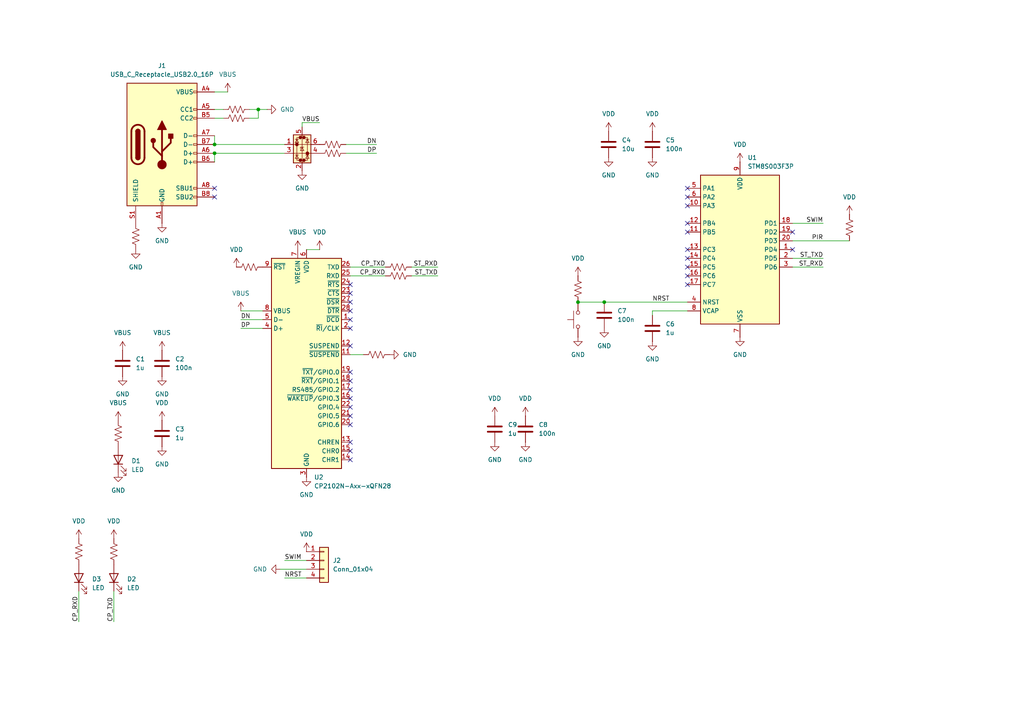
<source format=kicad_sch>
(kicad_sch (version 20231120) (generator "eeschema") (generator_version "8.0")
  (paper "A4")
  (lib_symbols
    (symbol "Connector:USB_C_Receptacle_USB2.0_16P" (pin_names (offset 1.016))
      (property "Reference" "J" (at 0 22.225 0))
      (property "Value" "USB_C_Receptacle_USB2.0_16P" (at 0 19.685 0))
      (symbol "USB_C_Receptacle_USB2.0_16P_0_0"
        (rectangle (start -0.254 -17.78) (end 0.254 -16.764))
        (rectangle (start 10.16 -14.986) (end 9.144 -15.494))
        (rectangle (start 10.16 -12.446) (end 9.144 -12.954))
        (rectangle (start 10.16 -4.826) (end 9.144 -5.334))
        (rectangle (start 10.16 -2.286) (end 9.144 -2.794))
        (rectangle (start 10.16 0.254) (end 9.144 -0.254))
        (rectangle (start 10.16 2.794) (end 9.144 2.286))
        (rectangle (start 10.16 7.874) (end 9.144 7.366))
        (rectangle (start 10.16 10.414) (end 9.144 9.906))
        (rectangle (start 10.16 15.494) (end 9.144 14.986))
      )
      (symbol "USB_C_Receptacle_USB2.0_16P_0_1"
        (rectangle (start -10.16 17.78) (end 10.16 -17.78) (stroke (width 0.254)) (fill (type background)))
        (arc (start -8.89 -3.81) (mid -6.985 -5.7067) (end -5.08 -3.81) (stroke (width 0.508)))
        (arc (start -7.62 -3.81) (mid -6.985 -4.4423) (end -6.35 -3.81) (stroke (width 0.254)))
        (arc (start -7.62 -3.81) (mid -6.985 -4.4423) (end -6.35 -3.81) (stroke (width 0.254)) (fill (type outline)))
        (rectangle (start -7.62 -3.81) (end -6.35 3.81) (stroke (width 0.254)) (fill (type outline)))
        (arc (start -6.35 3.81) (mid -6.985 4.4423) (end -7.62 3.81) (stroke (width 0.254)))
        (arc (start -6.35 3.81) (mid -6.985 4.4423) (end -7.62 3.81) (stroke (width 0.254)) (fill (type outline)))
        (arc (start -5.08 3.81) (mid -6.985 5.7067) (end -8.89 3.81) (stroke (width 0.508)))
        (circle (center -2.54 1.143) (radius 0.635) (stroke (width 0.254)) (fill (type outline)))
        (circle (center 0 -5.842) (radius 1.27) (fill (type outline)))
        (polyline (pts (xy -8.89 -3.81) (xy -8.89 3.81)) (stroke (width 0.508)))
        (polyline (pts (xy -5.08 3.81) (xy -5.08 -3.81)) (stroke (width 0.508)))
        (polyline (pts (xy 0 -5.842) (xy 0 4.318)) (stroke (width 0.508)))
        (polyline (pts (xy 0 -3.302) (xy -2.54 -0.762) (xy -2.54 0.508)) (stroke (width 0.508)))
        (polyline (pts (xy 0 -2.032) (xy 2.54 0.508) (xy 2.54 1.778)) (stroke (width 0.508)))
        (polyline (pts (xy -1.27 4.318) (xy 0 6.858) (xy 1.27 4.318) (xy -1.27 4.318)) (stroke (width 0.254)) (fill (type outline)))
        (rectangle (start 1.905 1.778) (end 3.175 3.048) (stroke (width 0.254)) (fill (type outline)))
      )
      (symbol "USB_C_Receptacle_USB2.0_16P_1_1"
        (pin passive line (at 0 -22.86 90) (length 5.08) (name "GND") (number "A1"))
        (pin passive line (at 0 -22.86 90) (length 5.08) hide (name "GND") (number "A12"))
        (pin passive line (at 15.24 15.24 180) (length 5.08) (name "VBUS") (number "A4"))
        (pin bidirectional line (at 15.24 10.16 180) (length 5.08) (name "CC1") (number "A5"))
        (pin bidirectional line (at 15.24 -2.54 180) (length 5.08) (name "D+") (number "A6"))
        (pin bidirectional line (at 15.24 2.54 180) (length 5.08) (name "D-") (number "A7"))
        (pin bidirectional line (at 15.24 -12.7 180) (length 5.08) (name "SBU1") (number "A8"))
        (pin passive line (at 15.24 15.24 180) (length 5.08) hide (name "VBUS") (number "A9"))
        (pin passive line (at 0 -22.86 90) (length 5.08) hide (name "GND") (number "B1"))
        (pin passive line (at 0 -22.86 90) (length 5.08) hide (name "GND") (number "B12"))
        (pin passive line (at 15.24 15.24 180) (length 5.08) hide (name "VBUS") (number "B4"))
        (pin bidirectional line (at 15.24 7.62 180) (length 5.08) (name "CC2") (number "B5"))
        (pin bidirectional line (at 15.24 -5.08 180) (length 5.08) (name "D+") (number "B6"))
        (pin bidirectional line (at 15.24 0 180) (length 5.08) (name "D-") (number "B7"))
        (pin bidirectional line (at 15.24 -15.24 180) (length 5.08) (name "SBU2") (number "B8"))
        (pin passive line (at 15.24 15.24 180) (length 5.08) hide (name "VBUS") (number "B9"))
        (pin passive line (at -7.62 -22.86 90) (length 5.08) (name "SHIELD") (number "S1"))
      )
    )
    (symbol "Connector_Generic:Conn_01x04" (pin_names (offset 1.016) hide)
      (property "Reference" "J" (at 0 5.08 0))
      (property "Value" "Conn_01x04" (at 0 -7.62 0))
      (symbol "Conn_01x04_1_1"
        (rectangle (start -1.27 -4.953) (end 0 -5.207) (stroke (width 0.1524)))
        (rectangle (start -1.27 -2.413) (end 0 -2.667) (stroke (width 0.1524)))
        (rectangle (start -1.27 0.127) (end 0 -0.127) (stroke (width 0.1524)))
        (rectangle (start -1.27 2.667) (end 0 2.413) (stroke (width 0.1524)))
        (rectangle (start -1.27 3.81) (end 1.27 -6.35) (stroke (width 0.254)) (fill (type background)))
        (pin passive line (at -5.08 2.54 0) (length 3.81) (name "Pin_1") (number "1"))
        (pin passive line (at -5.08 0 0) (length 3.81) (name "Pin_2") (number "2"))
        (pin passive line (at -5.08 -2.54 0) (length 3.81) (name "Pin_3") (number "3"))
        (pin passive line (at -5.08 -5.08 0) (length 3.81) (name "Pin_4") (number "4"))
      )
    )
    (symbol "Device:C" (pin_numbers hide) (pin_names (offset 0.254))
      (property "Reference" "C" (at 0.635 2.54 0))
      (property "Value" "C" (at 0.635 -2.54 0))
      (symbol "C_0_1"
        (polyline (pts (xy -2.032 -0.762) (xy 2.032 -0.762)) (stroke (width 0.508)))
        (polyline (pts (xy -2.032 0.762) (xy 2.032 0.762)) (stroke (width 0.508)))
      )
      (symbol "C_1_1"
        (pin passive line (at 0 3.81 270) (length 2.794) (name "~") (number "1"))
        (pin passive line (at 0 -3.81 90) (length 2.794) (name "~") (number "2"))
      )
    )
    (symbol "Device:LED" (pin_numbers hide) (pin_names (offset 1.016) hide)
      (property "Reference" "D" (at 0 2.54 0))
      (property "Value" "LED" (at 0 -2.54 0))
      (symbol "LED_0_1"
        (polyline (pts (xy -1.27 -1.27) (xy -1.27 1.27)) (stroke (width 0.254)))
        (polyline (pts (xy -1.27 0) (xy 1.27 0)))
        (polyline (pts (xy 1.27 -1.27) (xy 1.27 1.27) (xy -1.27 0) (xy 1.27 -1.27)) (stroke (width 0.254)))
        (polyline (pts (xy -3.048 -0.762) (xy -4.572 -2.286) (xy -3.81 -2.286) (xy -4.572 -2.286) (xy -4.572 -1.524)))
        (polyline (pts (xy -1.778 -0.762) (xy -3.302 -2.286) (xy -2.54 -2.286) (xy -3.302 -2.286) (xy -3.302 -1.524)))
      )
      (symbol "LED_1_1"
        (pin passive line (at -3.81 0 0) (length 2.54) (name "K") (number "1"))
        (pin passive line (at 3.81 0 180) (length 2.54) (name "A") (number "2"))
      )
    )
    (symbol "Device:R_US" (pin_numbers hide) (pin_names (offset 0))
      (property "Reference" "R" (at 2.54 0 90))
      (property "Value" "R_US" (at -2.54 0 90))
      (symbol "R_US_0_1"
        (polyline (pts (xy 0 -2.286) (xy 0 -2.54)))
        (polyline (pts (xy 0 2.286) (xy 0 2.54)))
        (polyline (pts (xy 0 -0.762) (xy 1.016 -1.143) (xy 0 -1.524) (xy -1.016 -1.905) (xy 0 -2.286)))
        (polyline (pts (xy 0 0.762) (xy 1.016 0.381) (xy 0 0) (xy -1.016 -0.381) (xy 0 -0.762)))
        (polyline (pts (xy 0 2.286) (xy 1.016 1.905) (xy 0 1.524) (xy -1.016 1.143) (xy 0 0.762)))
      )
      (symbol "R_US_1_1"
        (pin passive line (at 0 3.81 270) (length 1.27) (name "~") (number "1"))
        (pin passive line (at 0 -3.81 90) (length 1.27) (name "~") (number "2"))
      )
    )
    (symbol "Interface_USB:CP2102N-Axx-xQFN28"
      (property "Reference" "U" (at -8.89 31.75 0))
      (property "Value" "CP2102N-Axx-xQFN28" (at 12.7 31.75 0))
      (symbol "CP2102N-Axx-xQFN28_0_1"
        (rectangle (start -10.16 30.48) (end 10.16 -30.48) (stroke (width 0.254)) (fill (type background)))
      )
      (symbol "CP2102N-Axx-xQFN28_1_1"
        (pin input line (at 12.7 12.7 180) (length 2.54) (name "~{DCD}") (number "1"))
        (pin no_connect line (at -10.16 -27.94 0) (length 2.54) hide (name "NC") (number "10"))
        (pin output line (at 12.7 2.54 180) (length 2.54) (name "~{SUSPEND}") (number "11"))
        (pin output line (at 12.7 5.08 180) (length 2.54) (name "SUSPEND") (number "12"))
        (pin output line (at 12.7 -22.86 180) (length 2.54) (name "CHREN") (number "13"))
        (pin output line (at 12.7 -27.94 180) (length 2.54) (name "CHR1") (number "14"))
        (pin output line (at 12.7 -25.4 180) (length 2.54) (name "CHR0") (number "15"))
        (pin bidirectional line (at 12.7 -10.16 180) (length 2.54) (name "~{WAKEUP}/GPIO.3") (number "16"))
        (pin bidirectional line (at 12.7 -7.62 180) (length 2.54) (name "RS485/GPIO.2") (number "17"))
        (pin bidirectional line (at 12.7 -5.08 180) (length 2.54) (name "~{RXT}/GPIO.1") (number "18"))
        (pin bidirectional line (at 12.7 -2.54 180) (length 2.54) (name "~{TXT}/GPIO.0") (number "19"))
        (pin bidirectional line (at 12.7 10.16 180) (length 2.54) (name "~{RI}/CLK") (number "2"))
        (pin bidirectional line (at 12.7 -17.78 180) (length 2.54) (name "GPIO.6") (number "20"))
        (pin bidirectional line (at 12.7 -15.24 180) (length 2.54) (name "GPIO.5") (number "21"))
        (pin bidirectional line (at 12.7 -12.7 180) (length 2.54) (name "GPIO.4") (number "22"))
        (pin input line (at 12.7 20.32 180) (length 2.54) (name "~{CTS}") (number "23"))
        (pin output line (at 12.7 22.86 180) (length 2.54) (name "~{RTS}") (number "24"))
        (pin input line (at 12.7 25.4 180) (length 2.54) (name "RXD") (number "25"))
        (pin output line (at 12.7 27.94 180) (length 2.54) (name "TXD") (number "26"))
        (pin input line (at 12.7 17.78 180) (length 2.54) (name "~{DSR}") (number "27"))
        (pin output line (at 12.7 15.24 180) (length 2.54) (name "~{DTR}") (number "28"))
        (pin passive line (at 0 -33.02 90) (length 2.54) hide (name "GND") (number "29"))
        (pin power_in line (at 0 -33.02 90) (length 2.54) (name "GND") (number "3"))
        (pin bidirectional line (at -12.7 10.16 0) (length 2.54) (name "D+") (number "4"))
        (pin bidirectional line (at -12.7 12.7 0) (length 2.54) (name "D-") (number "5"))
        (pin power_in line (at 0 33.02 270) (length 2.54) (name "VDD") (number "6"))
        (pin power_in line (at -2.54 33.02 270) (length 2.54) (name "VREGIN") (number "7"))
        (pin input line (at -12.7 15.24 0) (length 2.54) (name "VBUS") (number "8"))
        (pin input line (at -12.7 27.94 0) (length 2.54) (name "~{RST}") (number "9"))
      )
    )
    (symbol "MCU_ST_STM8:STM8S003F3P"
      (property "Reference" "U" (at 1.27 25.4 0))
      (property "Value" "STM8S003F3P" (at 1.27 22.86 0))
      (symbol "STM8S003F3P_0_1"
        (rectangle (start -11.43 21.59) (end 11.43 -21.59) (stroke (width 0.254)) (fill (type background)))
      )
      (symbol "STM8S003F3P_1_1"
        (pin bidirectional line (at 15.24 0 180) (length 3.81) (name "PD4") (number "1"))
        (pin bidirectional line (at -15.24 12.7 0) (length 3.81) (name "PA3") (number "10"))
        (pin bidirectional line (at -15.24 5.08 0) (length 3.81) (name "PB5") (number "11"))
        (pin bidirectional line (at -15.24 7.62 0) (length 3.81) (name "PB4") (number "12"))
        (pin bidirectional line (at -15.24 0 0) (length 3.81) (name "PC3") (number "13"))
        (pin bidirectional line (at -15.24 -2.54 0) (length 3.81) (name "PC4") (number "14"))
        (pin bidirectional line (at -15.24 -5.08 0) (length 3.81) (name "PC5") (number "15"))
        (pin bidirectional line (at -15.24 -7.62 0) (length 3.81) (name "PC6") (number "16"))
        (pin bidirectional line (at -15.24 -10.16 0) (length 3.81) (name "PC7") (number "17"))
        (pin bidirectional line (at 15.24 7.62 180) (length 3.81) (name "PD1") (number "18"))
        (pin bidirectional line (at 15.24 5.08 180) (length 3.81) (name "PD2") (number "19"))
        (pin bidirectional line (at 15.24 -2.54 180) (length 3.81) (name "PD5") (number "2"))
        (pin bidirectional line (at 15.24 2.54 180) (length 3.81) (name "PD3") (number "20"))
        (pin bidirectional line (at 15.24 -5.08 180) (length 3.81) (name "PD6") (number "3"))
        (pin input line (at -15.24 -15.24 0) (length 3.81) (name "NRST") (number "4"))
        (pin bidirectional line (at -15.24 17.78 0) (length 3.81) (name "PA1") (number "5"))
        (pin bidirectional line (at -15.24 15.24 0) (length 3.81) (name "PA2") (number "6"))
        (pin power_in line (at 0 -25.4 90) (length 3.81) (name "VSS") (number "7"))
        (pin passive line (at -15.24 -17.78 0) (length 3.81) (name "VCAP") (number "8"))
        (pin power_in line (at 0 25.4 270) (length 3.81) (name "VDD") (number "9"))
      )
    )
    (symbol "Power_Protection:USBLC6-2SC6" (pin_names hide)
      (property "Reference" "U" (at 0.635 5.715 0))
      (property "Value" "USBLC6-2SC6" (at 0.635 3.81 0))
      (symbol "USBLC6-2SC6_0_0"
        (circle (center -1.524 0) (radius 0.0001) (stroke (width 0.508)))
        (circle (center -0.508 -4.572) (radius 0.0001) (stroke (width 0.508)))
        (circle (center -0.508 2.032) (radius 0.0001) (stroke (width 0.508)))
        (circle (center 0.508 -4.572) (radius 0.0001) (stroke (width 0.508)))
        (circle (center 0.508 2.032) (radius 0.0001) (stroke (width 0.508)))
        (circle (center 1.524 -2.54) (radius 0.0001) (stroke (width 0.508)))
      )
      (symbol "USBLC6-2SC6_0_1"
        (polyline (pts (xy -2.54 -2.54) (xy 2.54 -2.54)))
        (polyline (pts (xy -2.54 0) (xy 2.54 0)))
        (polyline (pts (xy -2.032 -3.048) (xy -1.016 -3.048)))
        (polyline (pts (xy -1.016 1.524) (xy -2.032 1.524)))
        (polyline (pts (xy 1.016 -3.048) (xy 2.032 -3.048)))
        (polyline (pts (xy 1.016 1.524) (xy 2.032 1.524)))
        (polyline (pts (xy -0.508 -1.143) (xy -0.508 -0.762) (xy 0.508 -0.762)))
        (polyline (pts (xy -2.032 0.508) (xy -1.016 0.508) (xy -1.524 1.524) (xy -2.032 0.508)))
        (polyline (pts (xy -1.016 -4.064) (xy -2.032 -4.064) (xy -1.524 -3.048) (xy -1.016 -4.064)))
        (polyline (pts (xy 0.508 -1.778) (xy -0.508 -1.778) (xy 0 -0.762) (xy 0.508 -1.778)))
        (polyline (pts (xy 2.032 -4.064) (xy 1.016 -4.064) (xy 1.524 -3.048) (xy 2.032 -4.064)))
        (polyline (pts (xy 2.032 0.508) (xy 1.016 0.508) (xy 1.524 1.524) (xy 2.032 0.508)))
        (polyline (pts (xy 0 2.54) (xy -0.508 2.032) (xy 0.508 2.032) (xy 0 1.524) (xy 0 -4.064) (xy -0.508 -4.572) (xy 0.508 -4.572) (xy 0 -5.08)))
      )
      (symbol "USBLC6-2SC6_1_1"
        (rectangle (start -2.54 2.794) (end 2.54 -5.334) (stroke (width 0.254)) (fill (type background)))
        (polyline (pts (xy -0.508 2.032) (xy -1.524 2.032) (xy -1.524 -4.572) (xy -0.508 -4.572)))
        (polyline (pts (xy 0.508 -4.572) (xy 1.524 -4.572) (xy 1.524 2.032) (xy 0.508 2.032)))
        (pin passive line (at -5.08 0 0) (length 2.54) (name "I/O1") (number "1"))
        (pin passive line (at 0 -7.62 90) (length 2.54) (name "GND") (number "2"))
        (pin passive line (at -5.08 -2.54 0) (length 2.54) (name "I/O2") (number "3"))
        (pin passive line (at 5.08 -2.54 180) (length 2.54) (name "I/O2") (number "4"))
        (pin passive line (at 0 5.08 270) (length 2.54) (name "VBUS") (number "5"))
        (pin passive line (at 5.08 0 180) (length 2.54) (name "I/O1") (number "6"))
      )
    )
    (symbol "Switch:SW_Push" (pin_numbers hide) (pin_names (offset 1.016) hide)
      (property "Reference" "SW" (at 1.27 2.54 0))
      (property "Value" "SW_Push" (at 0 -1.524 0))
      (symbol "SW_Push_0_1"
        (circle (center -2.032 0) (radius 0.508))
        (polyline (pts (xy 0 1.27) (xy 0 3.048)))
        (polyline (pts (xy 2.54 1.27) (xy -2.54 1.27)))
        (circle (center 2.032 0) (radius 0.508))
        (pin passive line (at -5.08 0 0) (length 2.54) (name "1") (number "1"))
        (pin passive line (at 5.08 0 180) (length 2.54) (name "2") (number "2"))
      )
    )
    (symbol "power:GND" (power) (pin_numbers hide) (pin_names (offset 0) hide)
      (property "Value" "GND" (at 0 -3.81 0))
      (symbol "GND_0_1"
        (polyline (pts (xy 0 0) (xy 0 -1.27) (xy 1.27 -1.27) (xy 0 -2.54) (xy -1.27 -1.27) (xy 0 -1.27)))
      )
      (symbol "GND_1_1"
        (pin power_in line (at 0 0 270) (length 0) (name "~") (number "1"))
      )
    )
    (symbol "power:VBUS" (power) (pin_numbers hide) (pin_names (offset 0) hide)
      (property "Value" "VBUS" (at 0 3.556 0))
      (symbol "VBUS_0_1"
        (polyline (pts (xy -0.762 1.27) (xy 0 2.54)))
        (polyline (pts (xy 0 0) (xy 0 2.54)))
        (polyline (pts (xy 0 2.54) (xy 0.762 1.27)))
      )
      (symbol "VBUS_1_1"
        (pin power_in line (at 0 0 90) (length 0) (name "~") (number "1"))
      )
    )
    (symbol "power:VDD" (power) (pin_numbers hide) (pin_names (offset 0) hide)
      (property "Value" "VDD" (at 0 3.556 0))
      (symbol "VDD_0_1"
        (polyline (pts (xy -0.762 1.27) (xy 0 2.54)))
        (polyline (pts (xy 0 0) (xy 0 2.54)))
        (polyline (pts (xy 0 2.54) (xy 0.762 1.27)))
      )
      (symbol "VDD_1_1"
        (pin power_in line (at 0 0 90) (length 0) (name "~") (number "1"))
      )
    )
  )
  (junction (at 175.26 87.63))
  (junction (at 62.23 44.45))
  (junction (at 62.23 41.91))
  (junction (at 74.93 31.75))
  (junction (at 167.64 87.63))
  (no_connect (at 101.6 130.81))
  (no_connect (at 199.39 54.61))
  (no_connect (at 199.39 64.77))
  (no_connect (at 101.6 107.95))
  (no_connect (at 101.6 87.63))
  (no_connect (at 101.6 118.11))
  (no_connect (at 101.6 128.27))
  (no_connect (at 101.6 85.09))
  (no_connect (at 199.39 74.93))
  (no_connect (at 101.6 120.65))
  (no_connect (at 199.39 82.55))
  (no_connect (at 229.87 67.31))
  (no_connect (at 101.6 133.35))
  (no_connect (at 101.6 115.57))
  (no_connect (at 199.39 57.15))
  (no_connect (at 101.6 100.33))
  (no_connect (at 101.6 110.49))
  (no_connect (at 199.39 59.69))
  (no_connect (at 62.23 54.61))
  (no_connect (at 101.6 113.03))
  (no_connect (at 199.39 67.31))
  (no_connect (at 199.39 77.47))
  (no_connect (at 229.87 72.39))
  (no_connect (at 101.6 92.71))
  (no_connect (at 101.6 90.17))
  (no_connect (at 101.6 123.19))
  (no_connect (at 101.6 95.25))
  (no_connect (at 199.39 80.01))
  (no_connect (at 101.6 82.55))
  (no_connect (at 199.39 72.39))
  (no_connect (at 62.23 57.15))
  (wire (pts (xy 101.6 80.01) (xy 111.76 80.01)))
  (wire (pts (xy 81.28 165.1) (xy 88.9 165.1)))
  (wire (pts (xy 82.55 162.56) (xy 88.9 162.56)))
  (wire (pts (xy 62.23 26.67) (xy 66.04 26.67)))
  (wire (pts (xy 74.93 34.29) (xy 74.93 31.75)))
  (wire (pts (xy 229.87 69.85) (xy 246.38 69.85)))
  (wire (pts (xy 119.38 77.47) (xy 127 77.47)))
  (wire (pts (xy 238.76 74.93) (xy 229.87 74.93)))
  (wire (pts (xy 62.23 31.75) (xy 64.77 31.75)))
  (wire (pts (xy 62.23 44.45) (xy 62.23 46.99)))
  (wire (pts (xy 72.39 34.29) (xy 74.93 34.29)))
  (wire (pts (xy 33.02 171.45) (xy 33.02 180.34)))
  (wire (pts (xy 69.85 95.25) (xy 76.2 95.25)))
  (wire (pts (xy 109.22 44.45) (xy 100.33 44.45)))
  (wire (pts (xy 62.23 39.37) (xy 62.23 41.91)))
  (wire (pts (xy 238.76 77.47) (xy 229.87 77.47)))
  (wire (pts (xy 62.23 41.91) (xy 82.55 41.91)))
  (wire (pts (xy 82.55 167.64) (xy 88.9 167.64)))
  (wire (pts (xy 119.38 80.01) (xy 127 80.01)))
  (wire (pts (xy 92.71 35.56) (xy 87.63 35.56)))
  (wire (pts (xy 69.85 92.71) (xy 76.2 92.71)))
  (wire (pts (xy 238.76 64.77) (xy 229.87 64.77)))
  (wire (pts (xy 199.39 90.17) (xy 189.23 90.17)))
  (wire (pts (xy 72.39 31.75) (xy 74.93 31.75)))
  (wire (pts (xy 109.22 41.91) (xy 100.33 41.91)))
  (wire (pts (xy 22.86 171.45) (xy 22.86 180.34)))
  (wire (pts (xy 167.64 87.63) (xy 175.26 87.63)))
  (wire (pts (xy 64.77 34.29) (xy 62.23 34.29)))
  (wire (pts (xy 92.71 72.39) (xy 88.9 72.39)))
  (wire (pts (xy 87.63 35.56) (xy 87.63 36.83)))
  (wire (pts (xy 105.41 102.87) (xy 101.6 102.87)))
  (wire (pts (xy 62.23 44.45) (xy 82.55 44.45)))
  (wire (pts (xy 175.26 87.63) (xy 199.39 87.63)))
  (wire (pts (xy 189.23 90.17) (xy 189.23 91.44)))
  (wire (pts (xy 74.93 31.75) (xy 77.47 31.75)))
  (wire (pts (xy 69.85 90.17) (xy 76.2 90.17)))
  (wire (pts (xy 101.6 77.47) (xy 111.76 77.47)))
  (label "SWIM" (at 238.76 64.77 180))
  (label "CP_TXD" (at 33.02 180.34 90))
  (label "DP" (at 109.22 44.45 180))
  (label "PIR" (at 238.76 69.85 180))
  (label "CP_RXD" (at 111.76 80.01 180))
  (label "NRST" (at 82.55 167.64 0))
  (label "DN" (at 109.22 41.91 180))
  (label "CP_RXD" (at 22.86 180.34 90))
  (label "ST_RXD" (at 127 77.47 180))
  (label "VBUS" (at 92.71 35.56 180))
  (label "DN" (at 69.85 92.71 0))
  (label "CP_TXD" (at 111.76 77.47 180))
  (label "ST_TXD" (at 127 80.01 180))
  (label "DP" (at 69.85 95.25 0))
  (label "NRST" (at 189.23 87.63 0))
  (label "SWIM" (at 82.55 162.56 0))
  (label "ST_RXD" (at 238.76 77.47 180))
  (label "ST_TXD" (at 238.76 74.93 180))
  (symbol (lib_id "Device:C") (at 189.23 95.25 0) (unit 1)
    (property "Reference" "C6" (at 193.04 93.9799 0) (effects (justify left)))
    (property "Value" "1u" (at 193.04 96.5199 0) (effects (justify left)))
    (property "Footprint" "Capacitor_SMD:C_0603_1608Metric" (effects (hide yes)))
    (property "Description" "Unpolarized capacitor" (effects (hide yes)))
  )
  (symbol (lib_id "Device:R_US") (at 34.29 125.73 180) (unit 1)
    (property "Reference" "R10" (effects (hide yes)))
    (property "Value" "10k" (effects (hide yes)))
    (property "Footprint" "Resistor_SMD:R_0603_1608Metric" (effects (hide yes)))
    (property "Description" "Resistor, US symbol" (effects (hide yes)))
  )
  (symbol (lib_id "Device:R_US") (at 246.38 66.04 180) (unit 1)
    (property "Reference" "R14" (effects (hide yes)))
    (property "Value" "10k" (effects (hide yes)))
    (property "Footprint" "Resistor_SMD:R_0603_1608Metric" (effects (hide yes)))
    (property "Description" "Resistor, US symbol" (effects (hide yes)))
  )
  (symbol (lib_id "power:VDD") (at 246.38 62.23 0) (unit 1)
    (property "Reference" "#PWR038" (effects (hide yes)))
    (property "Value" "VDD" (at 246.38 57.15 0))
    (property "Description" "Power symbol creates a global label with name \"VDD\"" (effects (hide yes)))
  )
  (symbol (lib_id "power:GND") (at 152.4 128.27 0) (unit 1)
    (property "Reference" "#PWR037" (effects (hide yes)))
    (property "Value" "GND" (at 152.4 133.35 0))
    (property "Description" "Power symbol creates a global label with name \"GND\" , ground" (effects (hide yes)))
  )
  (symbol (lib_id "Device:C") (at 152.4 124.46 0) (unit 1)
    (property "Reference" "C8" (at 156.21 123.1899 0) (effects (justify left)))
    (property "Value" "100n" (at 156.21 125.7299 0) (effects (justify left)))
    (property "Footprint" "Capacitor_SMD:C_0603_1608Metric" (effects (hide yes)))
    (property "Description" "Unpolarized capacitor" (effects (hide yes)))
  )
  (symbol (lib_id "MCU_ST_STM8:STM8S003F3P") (at 214.63 72.39 0) (unit 1)
    (property "Reference" "U1" (at 216.8241 45.72 0) (effects (justify left)))
    (property "Value" "STM8S003F3P" (at 216.8241 48.26 0) (effects (justify left)))
    (property "Footprint" "Package_SO:TSSOP-20_4.4x6.5mm_P0.65mm" (effects (hide yes)))
    (property "Datasheet" "http://www.st.com/st-web-ui/static/active/en/resource/technical/document/datasheet/DM00024550.pdf" (effects (hide yes)))
    (property "Description" "16MHz, 8K Flash, 1K RAM, 128 EEPROM, USART, I²C, SPI, TSSOP-20" (effects (hide yes)))
  )
  (symbol (lib_id "power:GND") (at 189.23 45.72 0) (unit 1)
    (property "Reference" "#PWR06" (effects (hide yes)))
    (property "Value" "GND" (at 189.23 50.8 0))
    (property "Description" "Power symbol creates a global label with name \"GND\" , ground" (effects (hide yes)))
  )
  (symbol (lib_id "power:GND") (at 214.63 97.79 0) (unit 1)
    (property "Reference" "#PWR019" (effects (hide yes)))
    (property "Value" "GND" (at 214.63 102.87 0))
    (property "Description" "Power symbol creates a global label with name \"GND\" , ground" (effects (hide yes)))
  )
  (symbol (lib_id "power:VBUS") (at 86.36 72.39 0) (unit 1)
    (property "Reference" "#PWR08" (effects (hide yes)))
    (property "Value" "VBUS" (at 86.36 67.31 0))
    (property "Description" "Power symbol creates a global label with name \"VBUS\"" (effects (hide yes)))
  )
  (symbol (lib_id "Device:R_US") (at 96.52 41.91 90) (unit 1)
    (property "Reference" "R3" (effects (hide yes)))
    (property "Value" "22R" (effects (hide yes)))
    (property "Footprint" "Resistor_SMD:R_0603_1608Metric" (effects (hide yes)))
    (property "Description" "Resistor, US symbol" (effects (hide yes)))
  )
  (symbol (lib_id "Interface_USB:CP2102N-Axx-xQFN28") (at 88.9 105.41 0) (unit 1)
    (property "Reference" "U2" (at 91.0941 138.43 0) (effects (justify left)))
    (property "Value" "CP2102N-Axx-xQFN28" (at 91.0941 140.97 0) (effects (justify left)))
    (property "Footprint" "Package_DFN_QFN:QFN-28-1EP_5x5mm_P0.5mm_EP3.35x3.35mm" (effects (hide yes)))
    (property "Datasheet" "https://www.silabs.com/documents/public/data-sheets/cp2102n-datasheet.pdf" (effects (hide yes)))
    (property "Description" "USB to UART master bridge, QFN-28" (effects (hide yes)))
  )
  (symbol (lib_id "Device:R_US") (at 167.64 83.82 180) (unit 1)
    (property "Reference" "R13" (effects (hide yes)))
    (property "Value" "10k" (effects (hide yes)))
    (property "Footprint" "Resistor_SMD:R_0603_1608Metric" (effects (hide yes)))
    (property "Description" "Resistor, US symbol" (effects (hide yes)))
  )
  (symbol (lib_id "power:GND") (at 167.64 97.79 0) (unit 1)
    (property "Reference" "#PWR030" (effects (hide yes)))
    (property "Value" "GND" (at 167.64 102.87 0))
    (property "Description" "Power symbol creates a global label with name \"GND\" , ground" (effects (hide yes)))
  )
  (symbol (lib_id "power:GND") (at 46.99 109.22 0) (unit 1)
    (property "Reference" "#PWR015" (effects (hide yes)))
    (property "Value" "GND" (at 46.99 114.3 0))
    (property "Description" "Power symbol creates a global label with name \"GND\" , ground" (effects (hide yes)))
  )
  (symbol (lib_id "Device:LED") (at 33.02 167.64 90) (unit 1)
    (property "Reference" "D2" (at 36.83 167.9574 90) (effects (justify right)))
    (property "Value" "LED" (at 36.83 170.4974 90) (effects (justify right)))
    (property "Footprint" "LED_SMD:LED_0603_1608Metric" (effects (hide yes)))
    (property "Description" "Light emitting diode" (effects (hide yes)))
  )
  (symbol (lib_id "power:VBUS") (at 69.85 90.17 0) (unit 1)
    (property "Reference" "#PWR09" (effects (hide yes)))
    (property "Value" "VBUS" (at 69.85 85.09 0))
    (property "Description" "Power symbol creates a global label with name \"VBUS\"" (effects (hide yes)))
  )
  (symbol (lib_id "Connector_Generic:Conn_01x04") (at 93.98 162.56 0) (unit 1)
    (property "Reference" "J2" (at 96.52 162.5599 0) (effects (justify left)))
    (property "Value" "Conn_01x04" (at 96.52 165.0999 0) (effects (justify left)))
    (property "Description" "Generic connector, single row, 01x04, script generated (kicad-library-utils/schlib/autogen/connector/)" (effects (hide yes)))
  )
  (symbol (lib_id "power:VDD") (at 88.9 160.02 0) (unit 1)
    (property "Reference" "#PWR033" (effects (hide yes)))
    (property "Value" "VDD" (at 88.9 154.94 0))
    (property "Description" "Power symbol creates a global label with name \"VDD\"" (effects (hide yes)))
  )
  (symbol (lib_id "power:GND") (at 34.29 137.16 0) (unit 1)
    (property "Reference" "#PWR025" (effects (hide yes)))
    (property "Value" "GND" (at 34.29 142.24 0))
    (property "Description" "Power symbol creates a global label with name \"GND\" , ground" (effects (hide yes)))
  )
  (symbol (lib_id "Device:R_US") (at 68.58 31.75 90) (unit 1)
    (property "Reference" "R2" (effects (hide yes)))
    (property "Value" "5.1k" (effects (hide yes)))
    (property "Footprint" "Resistor_SMD:R_0603_1608Metric" (effects (hide yes)))
    (property "Description" "Resistor, US symbol" (effects (hide yes)))
  )
  (symbol (lib_id "power:VDD") (at 189.23 38.1 0) (unit 1)
    (property "Reference" "#PWR023" (effects (hide yes)))
    (property "Value" "VDD" (at 189.23 33.02 0))
    (property "Description" "Power symbol creates a global label with name \"VDD\"" (effects (hide yes)))
  )
  (symbol (lib_id "Device:R_US") (at 109.22 102.87 90) (unit 1)
    (property "Reference" "R9" (effects (hide yes)))
    (property "Value" "10k" (effects (hide yes)))
    (property "Footprint" "Resistor_SMD:R_0603_1608Metric" (effects (hide yes)))
    (property "Description" "Resistor, US symbol" (effects (hide yes)))
  )
  (symbol (lib_id "power:GND") (at 189.23 99.06 0) (unit 1)
    (property "Reference" "#PWR029" (effects (hide yes)))
    (property "Value" "GND" (at 189.23 104.14 0))
    (property "Description" "Power symbol creates a global label with name \"GND\" , ground" (effects (hide yes)))
  )
  (symbol (lib_id "power:VDD") (at 214.63 46.99 0) (unit 1)
    (property "Reference" "#PWR020" (effects (hide yes)))
    (property "Value" "VDD" (at 214.63 41.91 0))
    (property "Description" "Power symbol creates a global label with name \"VDD\"" (effects (hide yes)))
  )
  (symbol (lib_id "power:VBUS") (at 34.29 121.92 0) (unit 1)
    (property "Reference" "#PWR024" (effects (hide yes)))
    (property "Value" "VBUS" (at 34.29 116.84 0))
    (property "Description" "Power symbol creates a global label with name \"VBUS\"" (effects (hide yes)))
  )
  (symbol (lib_id "power:VDD") (at 152.4 120.65 0) (unit 1)
    (property "Reference" "#PWR035" (effects (hide yes)))
    (property "Value" "VDD" (at 152.4 115.57 0))
    (property "Description" "Power symbol creates a global label with name \"VDD\"" (effects (hide yes)))
  )
  (symbol (lib_id "power:GND") (at 87.63 49.53 0) (unit 1)
    (property "Reference" "#PWR02" (effects (hide yes)))
    (property "Value" "GND" (at 87.63 54.61 0))
    (property "Description" "Power symbol creates a global label with name \"GND\" , ground" (effects (hide yes)))
  )
  (symbol (lib_id "power:GND") (at 175.26 95.25 0) (unit 1)
    (property "Reference" "#PWR031" (effects (hide yes)))
    (property "Value" "GND" (at 175.26 100.33 0))
    (property "Description" "Power symbol creates a global label with name \"GND\" , ground" (effects (hide yes)))
  )
  (symbol (lib_id "power:GND") (at 46.99 64.77 0) (unit 1)
    (property "Reference" "#PWR03" (effects (hide yes)))
    (property "Value" "GND" (at 46.99 69.85 0))
    (property "Description" "Power symbol creates a global label with name \"GND\" , ground" (effects (hide yes)))
  )
  (symbol (lib_id "Device:R_US") (at 115.57 80.01 90) (unit 1)
    (property "Reference" "R8" (effects (hide yes)))
    (property "Value" "22R" (effects (hide yes)))
    (property "Footprint" "Resistor_SMD:R_0603_1608Metric" (effects (hide yes)))
    (property "Description" "Resistor, US symbol" (effects (hide yes)))
  )
  (symbol (lib_id "power:GND") (at 46.99 129.54 0) (unit 1)
    (property "Reference" "#PWR016" (effects (hide yes)))
    (property "Value" "GND" (at 46.99 134.62 0))
    (property "Description" "Power symbol creates a global label with name \"GND\" , ground" (effects (hide yes)))
  )
  (symbol (lib_id "power:GND") (at 39.37 72.39 0) (unit 1)
    (property "Reference" "#PWR04" (effects (hide yes)))
    (property "Value" "GND" (at 39.37 77.47 0))
    (property "Description" "Power symbol creates a global label with name \"GND\" , ground" (effects (hide yes)))
  )
  (symbol (lib_id "Power_Protection:USBLC6-2SC6") (at 87.63 41.91 0) (unit 1)
    (property "Reference" "U3" (effects (hide yes)))
    (property "Value" "USBLC6-2SC6" (effects (hide yes)))
    (property "Footprint" "Package_TO_SOT_SMD:SOT-23-6" (effects (hide yes)))
    (property "Datasheet" "https://www.st.com/resource/en/datasheet/usblc6-2.pdf" (effects (hide yes)))
    (property "Description" "Very low capacitance ESD protection diode, 2 data-line, SOT-23-6" (effects (hide yes)))
  )
  (symbol (lib_id "power:GND") (at 35.56 109.22 0) (unit 1)
    (property "Reference" "#PWR014" (effects (hide yes)))
    (property "Value" "GND" (at 35.56 114.3 0))
    (property "Description" "Power symbol creates a global label with name \"GND\" , ground" (effects (hide yes)))
  )
  (symbol (lib_id "Device:C") (at 189.23 41.91 0) (unit 1)
    (property "Reference" "C5" (at 193.04 40.6399 0) (effects (justify left)))
    (property "Value" "100n" (at 193.04 43.1799 0) (effects (justify left)))
    (property "Footprint" "Capacitor_SMD:C_0603_1608Metric" (effects (hide yes)))
    (property "Description" "Unpolarized capacitor" (effects (hide yes)))
  )
  (symbol (lib_id "Device:R_US") (at 72.39 77.47 90) (unit 1)
    (property "Reference" "R5" (effects (hide yes)))
    (property "Value" "10k" (effects (hide yes)))
    (property "Footprint" "Resistor_SMD:R_0603_1608Metric" (effects (hide yes)))
    (property "Description" "Resistor, US symbol" (effects (hide yes)))
  )
  (symbol (lib_id "Connector:USB_C_Receptacle_USB2.0_16P") (at 46.99 41.91 0) (unit 1)
    (property "Reference" "J1" (at 46.99 19.05 0))
    (property "Value" "USB_C_Receptacle_USB2.0_16P" (at 46.99 21.59 0))
    (property "Footprint" "Connector_USB:USB_C_Receptacle_GCT_USB4105-xx-A_16P_TopMnt_Horizontal" (effects (hide yes)))
    (property "Datasheet" "https://www.usb.org/sites/default/files/documents/usb_type-c.zip" (effects (hide yes)))
    (property "Description" "USB 2.0-only 16P Type-C Receptacle connector" (effects (hide yes)))
  )
  (symbol (lib_id "power:GND") (at 143.51 128.27 0) (unit 1)
    (property "Reference" "#PWR036" (effects (hide yes)))
    (property "Value" "GND" (at 143.51 133.35 0))
    (property "Description" "Power symbol creates a global label with name \"GND\" , ground" (effects (hide yes)))
  )
  (symbol (lib_id "power:VDD") (at 92.71 72.39 0) (unit 1)
    (property "Reference" "#PWR07" (effects (hide yes)))
    (property "Value" "VDD" (at 92.71 67.31 0))
    (property "Description" "Power symbol creates a global label with name \"VDD\"" (effects (hide yes)))
  )
  (symbol (lib_id "power:GND") (at 77.47 31.75 90) (unit 1)
    (property "Reference" "#PWR01" (effects (hide yes)))
    (property "Value" "GND" (at 81.28 31.7499 90) (effects (justify right)))
    (property "Description" "Power symbol creates a global label with name \"GND\" , ground" (effects (hide yes)))
  )
  (symbol (lib_id "power:VDD") (at 22.86 156.21 0) (unit 1)
    (property "Reference" "#PWR027" (effects (hide yes)))
    (property "Value" "VDD" (at 22.86 151.13 0))
    (property "Description" "Power symbol creates a global label with name \"VDD\"" (effects (hide yes)))
  )
  (symbol (lib_id "Device:C") (at 46.99 105.41 0) (unit 1)
    (property "Reference" "C2" (at 50.8 104.1399 0) (effects (justify left)))
    (property "Value" "100n" (at 50.8 106.6799 0) (effects (justify left)))
    (property "Footprint" "Capacitor_SMD:C_0603_1608Metric" (effects (hide yes)))
    (property "Description" "Unpolarized capacitor" (effects (hide yes)))
  )
  (symbol (lib_id "power:VBUS") (at 66.04 26.67 0) (unit 1)
    (property "Reference" "#PWR010" (effects (hide yes)))
    (property "Value" "VBUS" (at 66.04 21.59 0))
    (property "Description" "Power symbol creates a global label with name \"VBUS\"" (effects (hide yes)))
  )
  (symbol (lib_id "power:VBUS") (at 35.56 101.6 0) (unit 1)
    (property "Reference" "#PWR012" (effects (hide yes)))
    (property "Value" "VBUS" (at 35.56 96.52 0))
    (property "Description" "Power symbol creates a global label with name \"VBUS\"" (effects (hide yes)))
  )
  (symbol (lib_id "power:VDD") (at 68.58 77.47 0) (unit 1)
    (property "Reference" "#PWR011" (effects (hide yes)))
    (property "Value" "VDD" (at 68.58 72.39 0))
    (property "Description" "Power symbol creates a global label with name \"VDD\"" (effects (hide yes)))
  )
  (symbol (lib_id "Device:R_US") (at 33.02 160.02 180) (unit 1)
    (property "Reference" "R11" (effects (hide yes)))
    (property "Value" "10k" (effects (hide yes)))
    (property "Footprint" "Resistor_SMD:R_0603_1608Metric" (effects (hide yes)))
    (property "Description" "Resistor, US symbol" (effects (hide yes)))
  )
  (symbol (lib_id "power:GND") (at 176.53 45.72 0) (unit 1)
    (property "Reference" "#PWR022" (effects (hide yes)))
    (property "Value" "GND" (at 176.53 50.8 0))
    (property "Description" "Power symbol creates a global label with name \"GND\" , ground" (effects (hide yes)))
  )
  (symbol (lib_id "Device:R_US") (at 96.52 44.45 90) (unit 1)
    (property "Reference" "R4" (effects (hide yes)))
    (property "Value" "22R" (effects (hide yes)))
    (property "Footprint" "Resistor_SMD:R_0603_1608Metric" (effects (hide yes)))
    (property "Description" "Resistor, US symbol" (effects (hide yes)))
  )
  (symbol (lib_id "Device:R_US") (at 115.57 77.47 90) (unit 1)
    (property "Reference" "R7" (effects (hide yes)))
    (property "Value" "22R" (effects (hide yes)))
    (property "Footprint" "Resistor_SMD:R_0603_1608Metric" (effects (hide yes)))
    (property "Description" "Resistor, US symbol" (effects (hide yes)))
  )
  (symbol (lib_id "Device:LED") (at 34.29 133.35 90) (unit 1)
    (property "Reference" "D1" (at 38.1 133.6674 90) (effects (justify right)))
    (property "Value" "LED" (at 38.1 136.2074 90) (effects (justify right)))
    (property "Footprint" "LED_SMD:LED_0603_1608Metric" (effects (hide yes)))
    (property "Description" "Light emitting diode" (effects (hide yes)))
  )
  (symbol (lib_id "Switch:SW_Push") (at 167.64 92.71 90) (unit 1)
    (property "Reference" "SW1" (effects (hide yes)))
    (property "Value" "SW_Push" (effects (hide yes)))
    (property "Description" "Push button switch, generic, two pins" (effects (hide yes)))
  )
  (symbol (lib_id "Device:C") (at 143.51 124.46 0) (unit 1)
    (property "Reference" "C9" (at 147.32 123.1899 0) (effects (justify left)))
    (property "Value" "1u" (at 147.32 125.7299 0) (effects (justify left)))
    (property "Footprint" "Capacitor_SMD:C_0603_1608Metric" (effects (hide yes)))
    (property "Description" "Unpolarized capacitor" (effects (hide yes)))
  )
  (symbol (lib_id "power:VBUS") (at 46.99 101.6 0) (unit 1)
    (property "Reference" "#PWR013" (effects (hide yes)))
    (property "Value" "VBUS" (at 46.99 96.52 0))
    (property "Description" "Power symbol creates a global label with name \"VBUS\"" (effects (hide yes)))
  )
  (symbol (lib_id "power:GND") (at 81.28 165.1 270) (unit 1)
    (property "Reference" "#PWR032" (effects (hide yes)))
    (property "Value" "GND" (at 77.47 165.0999 90) (effects (justify right)))
    (property "Description" "Power symbol creates a global label with name \"GND\" , ground" (effects (hide yes)))
  )
  (symbol (lib_id "Device:C") (at 35.56 105.41 0) (unit 1)
    (property "Reference" "C1" (at 39.37 104.1399 0) (effects (justify left)))
    (property "Value" "1u" (at 39.37 106.6799 0) (effects (justify left)))
    (property "Footprint" "Capacitor_SMD:C_0603_1608Metric" (effects (hide yes)))
    (property "Description" "Unpolarized capacitor" (effects (hide yes)))
  )
  (symbol (lib_id "Device:C") (at 176.53 41.91 0) (unit 1)
    (property "Reference" "C4" (at 180.34 40.6399 0) (effects (justify left)))
    (property "Value" "10u" (at 180.34 43.1799 0) (effects (justify left)))
    (property "Footprint" "Capacitor_Tantalum_SMD:CP_EIA-3216-10_Kemet-I" (effects (hide yes)))
    (property "Description" "Unpolarized capacitor" (effects (hide yes)))
  )
  (symbol (lib_id "Device:C") (at 46.99 125.73 0) (unit 1)
    (property "Reference" "C3" (at 50.8 124.4599 0) (effects (justify left)))
    (property "Value" "1u" (at 50.8 126.9999 0) (effects (justify left)))
    (property "Footprint" "Capacitor_SMD:C_0603_1608Metric" (effects (hide yes)))
    (property "Description" "Unpolarized capacitor" (effects (hide yes)))
  )
  (symbol (lib_id "Device:C") (at 175.26 91.44 0) (unit 1)
    (property "Reference" "C7" (at 179.07 90.1699 0) (effects (justify left)))
    (property "Value" "100n" (at 179.07 92.7099 0) (effects (justify left)))
    (property "Footprint" "Capacitor_SMD:C_0603_1608Metric" (effects (hide yes)))
    (property "Description" "Unpolarized capacitor" (effects (hide yes)))
  )
  (symbol (lib_id "Device:LED") (at 22.86 167.64 90) (unit 1)
    (property "Reference" "D3" (at 26.67 167.9574 90) (effects (justify right)))
    (property "Value" "LED" (at 26.67 170.4974 90) (effects (justify right)))
    (property "Footprint" "LED_SMD:LED_0603_1608Metric" (effects (hide yes)))
    (property "Description" "Light emitting diode" (effects (hide yes)))
  )
  (symbol (lib_id "power:VDD") (at 46.99 121.92 0) (unit 1)
    (property "Reference" "#PWR017" (effects (hide yes)))
    (property "Value" "VDD" (at 46.99 116.84 0))
    (property "Description" "Power symbol creates a global label with name \"VDD\"" (effects (hide yes)))
  )
  (symbol (lib_id "Device:R_US") (at 22.86 160.02 180) (unit 1)
    (property "Reference" "R12" (effects (hide yes)))
    (property "Value" "10k" (effects (hide yes)))
    (property "Footprint" "Resistor_SMD:R_0603_1608Metric" (effects (hide yes)))
    (property "Description" "Resistor, US symbol" (effects (hide yes)))
  )
  (symbol (lib_id "power:VDD") (at 167.64 80.01 0) (unit 1)
    (property "Reference" "#PWR028" (effects (hide yes)))
    (property "Value" "VDD" (at 167.64 74.93 0))
    (property "Description" "Power symbol creates a global label with name \"VDD\"" (effects (hide yes)))
  )
  (symbol (lib_id "power:VDD") (at 143.51 120.65 0) (unit 1)
    (property "Reference" "#PWR034" (effects (hide yes)))
    (property "Value" "VDD" (at 143.51 115.57 0))
    (property "Description" "Power symbol creates a global label with name \"VDD\"" (effects (hide yes)))
  )
  (symbol (lib_id "Device:R_US") (at 68.58 34.29 90) (unit 1)
    (property "Reference" "R1" (effects (hide yes)))
    (property "Value" "5.1k" (effects (hide yes)))
    (property "Footprint" "Resistor_SMD:R_0603_1608Metric" (effects (hide yes)))
    (property "Description" "Resistor, US symbol" (effects (hide yes)))
  )
  (symbol (lib_id "power:VDD") (at 33.02 156.21 0) (unit 1)
    (property "Reference" "#PWR026" (effects (hide yes)))
    (property "Value" "VDD" (at 33.02 151.13 0))
    (property "Description" "Power symbol creates a global label with name \"VDD\"" (effects (hide yes)))
  )
  (symbol (lib_id "power:VDD") (at 176.53 38.1 0) (unit 1)
    (property "Reference" "#PWR021" (effects (hide yes)))
    (property "Value" "VDD" (at 176.53 33.02 0))
    (property "Description" "Power symbol creates a global label with name \"VDD\"" (effects (hide yes)))
  )
  (symbol (lib_id "power:GND") (at 113.03 102.87 90) (unit 1)
    (property "Reference" "#PWR018" (effects (hide yes)))
    (property "Value" "GND" (at 116.84 102.8699 90) (effects (justify right)))
    (property "Description" "Power symbol creates a global label with name \"GND\" , ground" (effects (hide yes)))
  )
  (symbol (lib_id "Device:R_US") (at 39.37 68.58 180) (unit 1)
    (property "Reference" "R6" (effects (hide yes)))
    (property "Value" "0R" (effects (hide yes)))
    (property "Footprint" "Resistor_SMD:R_0603_1608Metric" (effects (hide yes)))
    (property "Description" "Resistor, US symbol" (effects (hide yes)))
  )
  (symbol (lib_id "power:GND") (at 88.9 138.43 0) (unit 1)
    (property "Reference" "#PWR05" (effects (hide yes)))
    (property "Value" "GND" (at 88.9 143.51 0))
    (property "Description" "Power symbol creates a global label with name \"GND\" , ground" (effects (hide yes)))
  )
)
</source>
